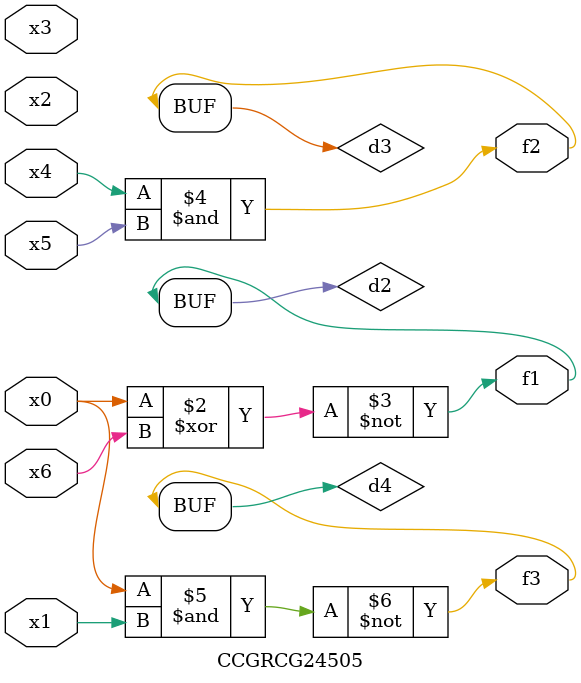
<source format=v>
module CCGRCG24505(
	input x0, x1, x2, x3, x4, x5, x6,
	output f1, f2, f3
);

	wire d1, d2, d3, d4;

	nor (d1, x0);
	xnor (d2, x0, x6);
	and (d3, x4, x5);
	nand (d4, x0, x1);
	assign f1 = d2;
	assign f2 = d3;
	assign f3 = d4;
endmodule

</source>
